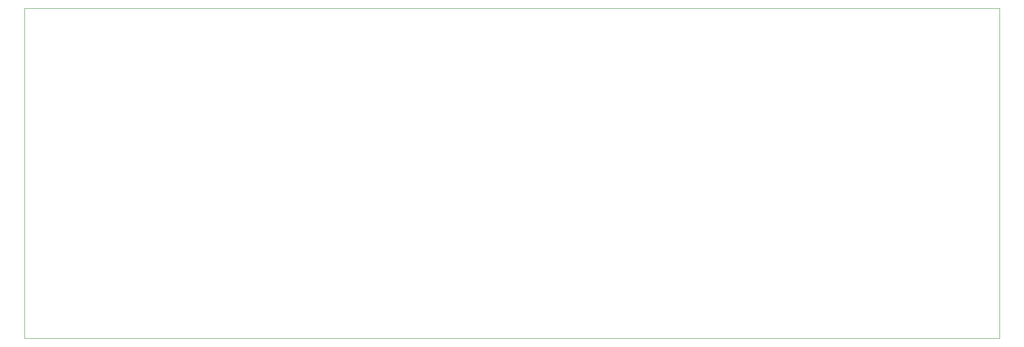
<source format=gbr>
G04 #@! TF.FileFunction,Profile,NP*
%FSLAX46Y46*%
G04 Gerber Fmt 4.6, Leading zero omitted, Abs format (unit mm)*
G04 Created by KiCad (PCBNEW 4.0.4-stable) date 03/02/17 16:11:59*
%MOMM*%
%LPD*%
G01*
G04 APERTURE LIST*
%ADD10C,0.100000*%
G04 APERTURE END LIST*
D10*
X191420000Y64110000D02*
X191420000Y140000D01*
X2540000Y64110000D02*
X191420000Y64110000D01*
X2540000Y140000D02*
X191420000Y140000D01*
X2540000Y64110000D02*
X2540000Y140000D01*
M02*

</source>
